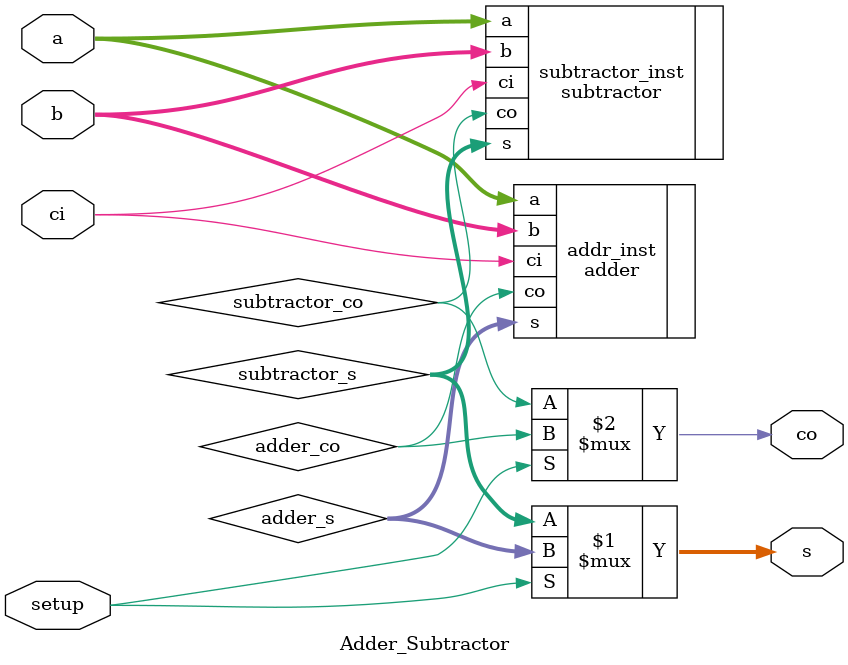
<source format=v>
module Adder_Subtractor(
		input				setup,
		
		input		[3:0]	a,b,
		input				ci,
		
		output	[3:0]	s,
		output	co
); 


wire	[3:0] adder_s;
wire	      adder_co;


wire	[3:0] subtractor_s;
wire	      subtractor_co;


assign s  =setup?adder_s :subtractor_s;
assign co =setup?adder_co:subtractor_co;


adder addr_inst(
	.a(a),
	.b(b),
	.ci(ci),
	
	.s(adder_s),
	.co(adder_co)
);

subtractor subtractor_inst(
	.a(a),
	.b(b),
	.ci(ci),
	
	.s(subtractor_s),
	.co(subtractor_co)
);

endmodule

</source>
